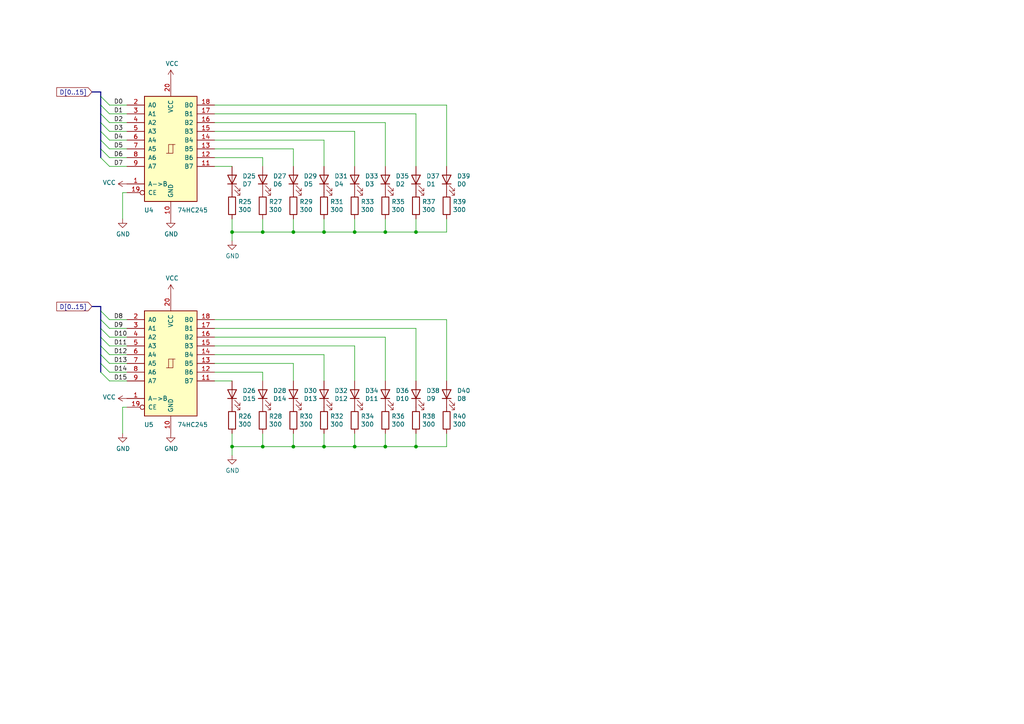
<source format=kicad_sch>
(kicad_sch (version 20230121) (generator eeschema)
  (paper "A4")
  (title_block (title "Mini8086 LED board") (rev "1.1"))
  (lib_symbols
    (symbol "74xx:74HC245" (pin_names (offset 1.016))
      (property "Reference" "U" (at -7.62 16.51 0))
      (property "Value" "74HC245" (at -7.62 -16.51 0))
      (symbol "74HC245_1_0"
        (polyline (pts (xy -0.635 -1.27) (xy -0.635 1.27) (xy 0.635 1.27)))
        (polyline (pts (xy -1.27 -1.27) (xy 0.635 -1.27) (xy 0.635 1.27) (xy 1.27 1.27)))
        (pin input line (at -12.7 -10.16 0) (length 5.08) (name "A->B") (number "1"))
        (pin power_in line (at 0 -20.32 90) (length 5.08) (name "GND") (number "10"))
        (pin tri_state line (at 12.7 -5.08 180) (length 5.08) (name "B7") (number "11"))
        (pin tri_state line (at 12.7 -2.54 180) (length 5.08) (name "B6") (number "12"))
        (pin tri_state line (at 12.7 0 180) (length 5.08) (name "B5") (number "13"))
        (pin tri_state line (at 12.7 2.54 180) (length 5.08) (name "B4") (number "14"))
        (pin tri_state line (at 12.7 5.08 180) (length 5.08) (name "B3") (number "15"))
        (pin tri_state line (at 12.7 7.62 180) (length 5.08) (name "B2") (number "16"))
        (pin tri_state line (at 12.7 10.16 180) (length 5.08) (name "B1") (number "17"))
        (pin tri_state line (at 12.7 12.7 180) (length 5.08) (name "B0") (number "18"))
        (pin input inverted (at -12.7 -12.7 0) (length 5.08) (name "CE") (number "19"))
        (pin tri_state line (at -12.7 12.7 0) (length 5.08) (name "A0") (number "2"))
        (pin power_in line (at 0 20.32 270) (length 5.08) (name "VCC") (number "20"))
        (pin tri_state line (at -12.7 10.16 0) (length 5.08) (name "A1") (number "3"))
        (pin tri_state line (at -12.7 7.62 0) (length 5.08) (name "A2") (number "4"))
        (pin tri_state line (at -12.7 5.08 0) (length 5.08) (name "A3") (number "5"))
        (pin tri_state line (at -12.7 2.54 0) (length 5.08) (name "A4") (number "6"))
        (pin tri_state line (at -12.7 0 0) (length 5.08) (name "A5") (number "7"))
        (pin tri_state line (at -12.7 -2.54 0) (length 5.08) (name "A6") (number "8"))
        (pin tri_state line (at -12.7 -5.08 0) (length 5.08) (name "A7") (number "9"))
      )
      (symbol "74HC245_1_1"
        (rectangle (start -7.62 15.24) (end 7.62 -15.24) (stroke (width 0.254)) (fill (type background)))
      )
    )
    (symbol "Device:LED" (pin_numbers hide) (pin_names (offset 1.016) hide)
      (property "Reference" "D" (at 0 2.54 0))
      (property "Value" "LED" (at 0 -2.54 0))
      (symbol "LED_0_1"
        (polyline (pts (xy -1.27 -1.27) (xy -1.27 1.27)) (stroke (width 0.254)))
        (polyline (pts (xy -1.27 0) (xy 1.27 0)))
        (polyline (pts (xy 1.27 -1.27) (xy 1.27 1.27) (xy -1.27 0) (xy 1.27 -1.27)) (stroke (width 0.254)))
        (polyline (pts (xy -3.048 -0.762) (xy -4.572 -2.286) (xy -3.81 -2.286) (xy -4.572 -2.286) (xy -4.572 -1.524)))
        (polyline (pts (xy -1.778 -0.762) (xy -3.302 -2.286) (xy -2.54 -2.286) (xy -3.302 -2.286) (xy -3.302 -1.524)))
      )
      (symbol "LED_1_1"
        (pin passive line (at -3.81 0 0) (length 2.54) (name "K") (number "1"))
        (pin passive line (at 3.81 0 180) (length 2.54) (name "A") (number "2"))
      )
    )
    (symbol "Device:R" (pin_numbers hide) (pin_names (offset 0))
      (property "Reference" "R" (at 2.032 0 90))
      (property "Value" "R" (at 0 0 90))
      (symbol "R_0_1"
        (rectangle (start -1.016 -2.54) (end 1.016 2.54) (stroke (width 0.254)))
      )
      (symbol "R_1_1"
        (pin passive line (at 0 3.81 270) (length 1.27) (name "~") (number "1"))
        (pin passive line (at 0 -3.81 90) (length 1.27) (name "~") (number "2"))
      )
    )
    (symbol "power:GND" (power) (pin_names (offset 0))
      (property "Value" "GND" (at 0 -3.81 0))
      (symbol "GND_0_1"
        (polyline (pts (xy 0 0) (xy 0 -1.27) (xy 1.27 -1.27) (xy 0 -2.54) (xy -1.27 -1.27) (xy 0 -1.27)))
      )
      (symbol "GND_1_1"
        (pin power_in line (at 0 0 270) (length 0) hide (name "GND") (number "1"))
      )
    )
    (symbol "power:VCC" (power) (pin_names (offset 0))
      (property "Value" "VCC" (at 0 3.81 0))
      (symbol "VCC_0_1"
        (polyline (pts (xy -0.762 1.27) (xy 0 2.54)))
        (polyline (pts (xy 0 0) (xy 0 2.54)))
        (polyline (pts (xy 0 2.54) (xy 0.762 1.27)))
      )
      (symbol "VCC_1_1"
        (pin power_in line (at 0 0 90) (length 0) hide (name "VCC") (number "1"))
      )
    )
  )
  (junction (at 111.76 67.31))
  (junction (at 76.2 67.31))
  (junction (at 76.2 129.54))
  (junction (at 111.76 129.54))
  (junction (at 93.98 129.54))
  (junction (at 102.87 67.31))
  (junction (at 120.65 67.31))
  (junction (at 93.98 67.31))
  (junction (at 85.09 129.54))
  (junction (at 67.31 67.31))
  (junction (at 67.31 129.54))
  (junction (at 120.65 129.54))
  (junction (at 102.87 129.54))
  (junction (at 85.09 67.31))
  (bus_entry (at 31.75 38.1) (size -2.54 -2.54))
  (bus_entry (at 31.75 40.64) (size -2.54 -2.54))
  (bus_entry (at 31.75 95.25) (size -2.54 -2.54))
  (bus_entry (at 31.75 33.02) (size -2.54 -2.54))
  (bus_entry (at 31.75 35.56) (size -2.54 -2.54))
  (bus_entry (at 31.75 92.71) (size -2.54 -2.54))
  (bus_entry (at 31.75 102.87) (size -2.54 -2.54))
  (bus_entry (at 31.75 48.26) (size -2.54 -2.54))
  (bus_entry (at 31.75 30.48) (size -2.54 -2.54))
  (bus_entry (at 31.75 45.72) (size -2.54 -2.54))
  (bus_entry (at 31.75 107.95) (size -2.54 -2.54))
  (bus_entry (at 31.75 100.33) (size -2.54 -2.54))
  (bus_entry (at 31.75 97.79) (size -2.54 -2.54))
  (bus_entry (at 31.75 110.49) (size -2.54 -2.54))
  (bus_entry (at 31.75 43.18) (size -2.54 -2.54))
  (bus_entry (at 31.75 105.41) (size -2.54 -2.54))
  (wire (pts (xy 129.54 129.54) (xy 129.54 125.73)))
  (wire (pts (xy 85.09 125.73) (xy 85.09 129.54)))
  (bus (pts (xy 29.21 30.48) (xy 29.21 33.02)))
  (bus (pts (xy 29.21 100.33) (xy 29.21 102.87)))
  (wire (pts (xy 62.23 43.18) (xy 85.09 43.18)))
  (wire (pts (xy 93.98 129.54) (xy 102.87 129.54)))
  (wire (pts (xy 120.65 95.25) (xy 120.65 110.49)))
  (wire (pts (xy 62.23 35.56) (xy 111.76 35.56)))
  (wire (pts (xy 62.23 100.33) (xy 102.87 100.33)))
  (bus (pts (xy 29.21 97.79) (xy 29.21 100.33)))
  (wire (pts (xy 85.09 129.54) (xy 93.98 129.54)))
  (wire (pts (xy 62.23 33.02) (xy 120.65 33.02)))
  (wire (pts (xy 102.87 129.54) (xy 111.76 129.54)))
  (wire (pts (xy 35.56 118.11) (xy 35.56 125.73)))
  (wire (pts (xy 31.75 107.95) (xy 36.83 107.95)))
  (wire (pts (xy 62.23 107.95) (xy 76.2 107.95)))
  (wire (pts (xy 31.75 30.48) (xy 36.83 30.48)))
  (wire (pts (xy 31.75 92.71) (xy 36.83 92.71)))
  (bus (pts (xy 29.21 27.94) (xy 29.21 30.48)))
  (bus (pts (xy 29.21 102.87) (xy 29.21 105.41)))
  (wire (pts (xy 62.23 38.1) (xy 102.87 38.1)))
  (wire (pts (xy 85.09 105.41) (xy 85.09 110.49)))
  (wire (pts (xy 62.23 95.25) (xy 120.65 95.25)))
  (wire (pts (xy 31.75 102.87) (xy 36.83 102.87)))
  (bus (pts (xy 29.21 38.1) (xy 29.21 40.64)))
  (wire (pts (xy 62.23 97.79) (xy 111.76 97.79)))
  (wire (pts (xy 31.75 100.33) (xy 36.83 100.33)))
  (wire (pts (xy 111.76 97.79) (xy 111.76 110.49)))
  (wire (pts (xy 102.87 129.54) (xy 102.87 125.73)))
  (wire (pts (xy 102.87 38.1) (xy 102.87 48.26)))
  (wire (pts (xy 62.23 92.71) (xy 129.54 92.71)))
  (bus (pts (xy 29.21 26.67) (xy 29.21 27.94)))
  (wire (pts (xy 31.75 40.64) (xy 36.83 40.64)))
  (wire (pts (xy 62.23 40.64) (xy 93.98 40.64)))
  (wire (pts (xy 31.75 105.41) (xy 36.83 105.41)))
  (wire (pts (xy 111.76 67.31) (xy 120.65 67.31)))
  (wire (pts (xy 120.65 67.31) (xy 129.54 67.31)))
  (wire (pts (xy 67.31 67.31) (xy 76.2 67.31)))
  (wire (pts (xy 93.98 63.5) (xy 93.98 67.31)))
  (wire (pts (xy 102.87 67.31) (xy 111.76 67.31)))
  (bus (pts (xy 29.21 43.18) (xy 29.21 45.72)))
  (wire (pts (xy 76.2 45.72) (xy 76.2 48.26)))
  (wire (pts (xy 93.98 102.87) (xy 93.98 110.49)))
  (wire (pts (xy 85.09 67.31) (xy 93.98 67.31)))
  (wire (pts (xy 67.31 63.5) (xy 67.31 67.31)))
  (wire (pts (xy 129.54 30.48) (xy 129.54 48.26)))
  (bus (pts (xy 29.21 105.41) (xy 29.21 107.95)))
  (wire (pts (xy 31.75 110.49) (xy 36.83 110.49)))
  (wire (pts (xy 111.76 129.54) (xy 111.76 125.73)))
  (wire (pts (xy 120.65 67.31) (xy 120.65 63.5)))
  (wire (pts (xy 31.75 38.1) (xy 36.83 38.1)))
  (wire (pts (xy 85.09 63.5) (xy 85.09 67.31)))
  (wire (pts (xy 111.76 129.54) (xy 120.65 129.54)))
  (wire (pts (xy 76.2 129.54) (xy 85.09 129.54)))
  (wire (pts (xy 129.54 92.71) (xy 129.54 110.49)))
  (bus (pts (xy 29.21 40.64) (xy 29.21 43.18)))
  (bus (pts (xy 29.21 95.25) (xy 29.21 97.79)))
  (bus (pts (xy 29.21 88.9) (xy 29.21 90.17)))
  (wire (pts (xy 31.75 43.18) (xy 36.83 43.18)))
  (wire (pts (xy 120.65 129.54) (xy 129.54 129.54)))
  (wire (pts (xy 93.98 40.64) (xy 93.98 48.26)))
  (wire (pts (xy 31.75 45.72) (xy 36.83 45.72)))
  (wire (pts (xy 76.2 107.95) (xy 76.2 110.49)))
  (wire (pts (xy 62.23 48.26) (xy 67.31 48.26)))
  (wire (pts (xy 35.56 55.88) (xy 35.56 63.5)))
  (wire (pts (xy 67.31 129.54) (xy 76.2 129.54)))
  (wire (pts (xy 129.54 67.31) (xy 129.54 63.5)))
  (wire (pts (xy 36.83 118.11) (xy 35.56 118.11)))
  (wire (pts (xy 62.23 45.72) (xy 76.2 45.72)))
  (wire (pts (xy 111.76 35.56) (xy 111.76 48.26)))
  (wire (pts (xy 31.75 35.56) (xy 36.83 35.56)))
  (bus (pts (xy 29.21 90.17) (xy 29.21 92.71)))
  (wire (pts (xy 67.31 67.31) (xy 67.31 69.85)))
  (wire (pts (xy 62.23 102.87) (xy 93.98 102.87)))
  (wire (pts (xy 62.23 105.41) (xy 85.09 105.41)))
  (wire (pts (xy 111.76 67.31) (xy 111.76 63.5)))
  (bus (pts (xy 29.21 33.02) (xy 29.21 35.56)))
  (bus (pts (xy 29.21 35.56) (xy 29.21 38.1)))
  (wire (pts (xy 62.23 30.48) (xy 129.54 30.48)))
  (wire (pts (xy 102.87 100.33) (xy 102.87 110.49)))
  (wire (pts (xy 76.2 63.5) (xy 76.2 67.31)))
  (wire (pts (xy 31.75 48.26) (xy 36.83 48.26)))
  (wire (pts (xy 31.75 33.02) (xy 36.83 33.02)))
  (wire (pts (xy 120.65 129.54) (xy 120.65 125.73)))
  (wire (pts (xy 62.23 110.49) (xy 67.31 110.49)))
  (wire (pts (xy 85.09 43.18) (xy 85.09 48.26)))
  (wire (pts (xy 36.83 55.88) (xy 35.56 55.88)))
  (wire (pts (xy 120.65 33.02) (xy 120.65 48.26)))
  (wire (pts (xy 67.31 125.73) (xy 67.31 129.54)))
  (wire (pts (xy 93.98 67.31) (xy 102.87 67.31)))
  (bus (pts (xy 29.21 26.67) (xy 26.67 26.67)))
  (wire (pts (xy 31.75 97.79) (xy 36.83 97.79)))
  (bus (pts (xy 29.21 92.71) (xy 29.21 95.25)))
  (wire (pts (xy 102.87 67.31) (xy 102.87 63.5)))
  (wire (pts (xy 31.75 95.25) (xy 36.83 95.25)))
  (wire (pts (xy 76.2 67.31) (xy 85.09 67.31)))
  (wire (pts (xy 76.2 125.73) (xy 76.2 129.54)))
  (wire (pts (xy 93.98 125.73) (xy 93.98 129.54)))
  (wire (pts (xy 67.31 129.54) (xy 67.31 132.08)))
  (bus (pts (xy 29.21 88.9) (xy 26.67 88.9)))
  (label "D13" (at 33.02 105.41 0))
  (label "D15" (at 33.02 110.49 0))
  (label "D9" (at 33.02 95.25 0))
  (label "D0" (at 33.02 30.48 0))
  (label "D4" (at 33.02 40.64 0))
  (label "D14" (at 33.02 107.95 0))
  (label "D8" (at 33.02 92.71 0))
  (label "D12" (at 33.02 102.87 0))
  (label "D5" (at 33.02 43.18 0))
  (label "D2" (at 33.02 35.56 0))
  (label "D7" (at 33.02 48.26 0))
  (label "D11" (at 33.02 100.33 0))
  (label "D6" (at 33.02 45.72 0))
  (label "D1" (at 33.02 33.02 0))
  (label "D10" (at 33.02 97.79 0))
  (label "D3" (at 33.02 38.1 0))
  (global_label "D[0..15]" (shape input) (at 26.67 26.67 180) (property "Intersheetrefs" "${INTERSHEET_REFS}" (effects hide)))
  (global_label "D[0..15]" (shape input) (at 26.67 88.9 180) (property "Intersheetrefs" "${INTERSHEET_REFS}" (effects hide)))
  (symbol (lib_id "74xx:74HC245") (at 49.53 43.18 0) (unit 1)
    (property "Reference" "U4" (at 43.18 60.96 0))
    (property "Value" "74HC245" (at 55.88 60.96 0))
    (property "Footprint" "Package_SO:SO-20_12.8x7.5mm_P1.27mm" (effects hide))
    (property "Datasheet" "http://www.ti.com/lit/gpn/sn74HC245" (effects hide))
    (property "LCSC" "C5625" (effects hide))
    (instances (project "led_board" (path "" (reference "U4") (unit 1)) (path "" (reference "U?") (unit 1))))
  )
  (symbol (lib_id "power:GND") (at 49.53 63.5 0) (unit 1)
    (property "Reference" "#PWR029" (effects hide))
    (property "Value" "GND" (at 49.657 67.8942 0))
    (instances (project "led_board" (path "" (reference "#PWR029") (unit 1)) (path "" (reference "#PWR?") (unit 1))))
  )
  (symbol (lib_id "power:VCC") (at 49.53 22.86 0) (unit 1)
    (property "Reference" "#PWR028" (effects hide))
    (property "Value" "VCC" (at 49.911 18.4658 0))
    (instances (project "led_board" (path "" (reference "#PWR028") (unit 1)) (path "" (reference "#PWR?") (unit 1))))
  )
  (symbol (lib_id "power:GND") (at 35.56 63.5 0) (unit 1)
    (property "Reference" "#PWR024" (effects hide))
    (property "Value" "GND" (at 35.687 67.8942 0))
    (instances (project "led_board" (path "" (reference "#PWR024") (unit 1)) (path "" (reference "#PWR?") (unit 1))))
  )
  (symbol (lib_id "power:VCC") (at 36.83 53.34 90) (unit 1)
    (property "Reference" "#PWR026" (effects hide))
    (property "Value" "VCC" (at 33.6042 52.959 90) (effects (justify left)))
    (instances (project "led_board" (path "" (reference "#PWR026") (unit 1)) (path "" (reference "#PWR?") (unit 1))))
  )
  (symbol (lib_id "Device:LED") (at 67.31 52.07 90) (unit 1)
    (property "Reference" "D25" (at 70.3072 51.0794 90) (effects (justify right)))
    (property "Value" "D7" (at 70.3072 53.3908 90) (effects (justify right)))
    (property "Footprint" "LED_SMD:LED_0603_1608Metric" (effects hide))
    (instances (project "led_board" (path "" (reference "D25") (unit 1)) (path "" (reference "D?") (unit 1))))
  )
  (symbol (lib_id "Device:LED") (at 76.2 52.07 90) (unit 1)
    (property "Reference" "D27" (at 79.1972 51.0794 90) (effects (justify right)))
    (property "Value" "D6" (at 79.1972 53.3908 90) (effects (justify right)))
    (property "Footprint" "LED_SMD:LED_0603_1608Metric" (effects hide))
    (instances (project "led_board" (path "" (reference "D27") (unit 1)) (path "" (reference "D?") (unit 1))))
  )
  (symbol (lib_id "Device:LED") (at 85.09 52.07 90) (unit 1)
    (property "Reference" "D29" (at 88.0872 51.0794 90) (effects (justify right)))
    (property "Value" "D5" (at 88.0872 53.3908 90) (effects (justify right)))
    (property "Footprint" "LED_SMD:LED_0603_1608Metric" (effects hide))
    (instances (project "led_board" (path "" (reference "D29") (unit 1)) (path "" (reference "D?") (unit 1))))
  )
  (symbol (lib_id "Device:LED") (at 93.98 52.07 90) (unit 1)
    (property "Reference" "D31" (at 96.9772 51.0794 90) (effects (justify right)))
    (property "Value" "D4" (at 96.9772 53.3908 90) (effects (justify right)))
    (property "Footprint" "LED_SMD:LED_0603_1608Metric" (effects hide))
    (instances (project "led_board" (path "" (reference "D31") (unit 1)) (path "" (reference "D?") (unit 1))))
  )
  (symbol (lib_id "Device:LED") (at 102.87 52.07 90) (unit 1)
    (property "Reference" "D33" (at 105.8672 51.0794 90) (effects (justify right)))
    (property "Value" "D3" (at 105.8672 53.3908 90) (effects (justify right)))
    (property "Footprint" "LED_SMD:LED_0603_1608Metric" (effects hide))
    (instances (project "led_board" (path "" (reference "D33") (unit 1)) (path "" (reference "D?") (unit 1))))
  )
  (symbol (lib_id "Device:LED") (at 111.76 52.07 90) (unit 1)
    (property "Reference" "D35" (at 114.7572 51.0794 90) (effects (justify right)))
    (property "Value" "D2" (at 114.7572 53.3908 90) (effects (justify right)))
    (property "Footprint" "LED_SMD:LED_0603_1608Metric" (effects hide))
    (instances (project "led_board" (path "" (reference "D35") (unit 1)) (path "" (reference "D?") (unit 1))))
  )
  (symbol (lib_id "Device:LED") (at 120.65 52.07 90) (unit 1)
    (property "Reference" "D37" (at 123.6472 51.0794 90) (effects (justify right)))
    (property "Value" "D1" (at 123.6472 53.3908 90) (effects (justify right)))
    (property "Footprint" "LED_SMD:LED_0603_1608Metric" (effects hide))
    (instances (project "led_board" (path "" (reference "D37") (unit 1)) (path "" (reference "D?") (unit 1))))
  )
  (symbol (lib_id "Device:LED") (at 129.54 52.07 90) (unit 1)
    (property "Reference" "D39" (at 132.5372 51.0794 90) (effects (justify right)))
    (property "Value" "D0" (at 132.5372 53.3908 90) (effects (justify right)))
    (property "Footprint" "LED_SMD:LED_0603_1608Metric" (effects hide))
    (instances (project "led_board" (path "" (reference "D39") (unit 1)) (path "" (reference "D?") (unit 1))))
  )
  (symbol (lib_id "Device:R") (at 129.54 59.69 0) (unit 1)
    (property "Reference" "R39" (at 131.318 58.5216 0) (effects (justify left)))
    (property "Value" "300" (at 131.318 60.833 0) (effects (justify left)))
    (property "Footprint" "Resistor_SMD:R_1206_3216Metric" (effects hide))
    (instances (project "led_board" (path "" (reference "R39") (unit 1)) (path "" (reference "R?") (unit 1))))
  )
  (symbol (lib_id "Device:R") (at 120.65 59.69 0) (unit 1)
    (property "Reference" "R37" (at 122.428 58.5216 0) (effects (justify left)))
    (property "Value" "300" (at 122.428 60.833 0) (effects (justify left)))
    (property "Footprint" "Resistor_SMD:R_1206_3216Metric" (effects hide))
    (instances (project "led_board" (path "" (reference "R37") (unit 1)) (path "" (reference "R?") (unit 1))))
  )
  (symbol (lib_id "Device:R") (at 111.76 59.69 0) (unit 1)
    (property "Reference" "R35" (at 113.538 58.5216 0) (effects (justify left)))
    (property "Value" "300" (at 113.538 60.833 0) (effects (justify left)))
    (property "Footprint" "Resistor_SMD:R_1206_3216Metric" (effects hide))
    (instances (project "led_board" (path "" (reference "R35") (unit 1)) (path "" (reference "R?") (unit 1))))
  )
  (symbol (lib_id "Device:R") (at 102.87 59.69 0) (unit 1)
    (property "Reference" "R33" (at 104.648 58.5216 0) (effects (justify left)))
    (property "Value" "300" (at 104.648 60.833 0) (effects (justify left)))
    (property "Footprint" "Resistor_SMD:R_1206_3216Metric" (effects hide))
    (instances (project "led_board" (path "" (reference "R33") (unit 1)) (path "" (reference "R?") (unit 1))))
  )
  (symbol (lib_id "Device:R") (at 93.98 59.69 0) (unit 1)
    (property "Reference" "R31" (at 95.758 58.5216 0) (effects (justify left)))
    (property "Value" "300" (at 95.758 60.833 0) (effects (justify left)))
    (property "Footprint" "Resistor_SMD:R_1206_3216Metric" (effects hide))
    (instances (project "led_board" (path "" (reference "R31") (unit 1)) (path "" (reference "R?") (unit 1))))
  )
  (symbol (lib_id "Device:R") (at 85.09 59.69 0) (unit 1)
    (property "Reference" "R29" (at 86.868 58.5216 0) (effects (justify left)))
    (property "Value" "300" (at 86.868 60.833 0) (effects (justify left)))
    (property "Footprint" "Resistor_SMD:R_1206_3216Metric" (effects hide))
    (instances (project "led_board" (path "" (reference "R29") (unit 1)) (path "" (reference "R?") (unit 1))))
  )
  (symbol (lib_id "Device:R") (at 76.2 59.69 0) (unit 1)
    (property "Reference" "R27" (at 77.978 58.5216 0) (effects (justify left)))
    (property "Value" "300" (at 77.978 60.833 0) (effects (justify left)))
    (property "Footprint" "Resistor_SMD:R_1206_3216Metric" (effects hide))
    (instances (project "led_board" (path "" (reference "R27") (unit 1)) (path "" (reference "R?") (unit 1))))
  )
  (symbol (lib_id "Device:R") (at 67.31 59.69 0) (unit 1)
    (property "Reference" "R25" (at 69.088 58.5216 0) (effects (justify left)))
    (property "Value" "300" (at 69.088 60.833 0) (effects (justify left)))
    (property "Footprint" "Resistor_SMD:R_1206_3216Metric" (effects hide))
    (instances (project "led_board" (path "" (reference "R25") (unit 1)) (path "" (reference "R?") (unit 1))))
  )
  (symbol (lib_id "power:GND") (at 67.31 69.85 0) (unit 1)
    (property "Reference" "#PWR033" (effects hide))
    (property "Value" "GND" (at 67.437 74.2442 0))
    (instances (project "led_board" (path "" (reference "#PWR033") (unit 1)) (path "" (reference "#PWR?") (unit 1))))
  )
  (symbol (lib_id "74xx:74HC245") (at 49.53 105.41 0) (unit 1)
    (property "Reference" "U5" (at 43.18 123.19 0))
    (property "Value" "74HC245" (at 55.88 123.19 0))
    (property "Footprint" "Package_SO:SO-20_12.8x7.5mm_P1.27mm" (effects hide))
    (property "Datasheet" "http://www.ti.com/lit/gpn/sn74HC245" (effects hide))
    (property "LCSC" "C5625" (effects hide))
    (instances (project "led_board" (path "" (reference "U5") (unit 1)) (path "" (reference "U?") (unit 1))))
  )
  (symbol (lib_id "power:GND") (at 49.53 125.73 0) (unit 1)
    (property "Reference" "#PWR031" (effects hide))
    (property "Value" "GND" (at 49.657 130.1242 0))
    (instances (project "led_board" (path "" (reference "#PWR031") (unit 1)) (path "" (reference "#PWR?") (unit 1))))
  )
  (symbol (lib_id "power:VCC") (at 49.53 85.09 0) (unit 1)
    (property "Reference" "#PWR030" (effects hide))
    (property "Value" "VCC" (at 49.911 80.6958 0))
    (instances (project "led_board" (path "" (reference "#PWR030") (unit 1)) (path "" (reference "#PWR?") (unit 1))))
  )
  (symbol (lib_id "power:GND") (at 35.56 125.73 0) (unit 1)
    (property "Reference" "#PWR025" (effects hide))
    (property "Value" "GND" (at 35.687 130.1242 0))
    (instances (project "led_board" (path "" (reference "#PWR025") (unit 1)) (path "" (reference "#PWR?") (unit 1))))
  )
  (symbol (lib_id "power:VCC") (at 36.83 115.57 90) (unit 1)
    (property "Reference" "#PWR027" (effects hide))
    (property "Value" "VCC" (at 33.6042 115.189 90) (effects (justify left)))
    (instances (project "led_board" (path "" (reference "#PWR027") (unit 1)) (path "" (reference "#PWR?") (unit 1))))
  )
  (symbol (lib_id "Device:LED") (at 67.31 114.3 90) (unit 1)
    (property "Reference" "D26" (at 70.3072 113.3094 90) (effects (justify right)))
    (property "Value" "D15" (at 70.3072 115.6208 90) (effects (justify right)))
    (property "Footprint" "LED_SMD:LED_0603_1608Metric" (effects hide))
    (instances (project "led_board" (path "" (reference "D26") (unit 1)) (path "" (reference "D?") (unit 1))))
  )
  (symbol (lib_id "Device:LED") (at 76.2 114.3 90) (unit 1)
    (property "Reference" "D28" (at 79.1972 113.3094 90) (effects (justify right)))
    (property "Value" "D14" (at 79.1972 115.6208 90) (effects (justify right)))
    (property "Footprint" "LED_SMD:LED_0603_1608Metric" (effects hide))
    (instances (project "led_board" (path "" (reference "D28") (unit 1)) (path "" (reference "D?") (unit 1))))
  )
  (symbol (lib_id "Device:LED") (at 85.09 114.3 90) (unit 1)
    (property "Reference" "D30" (at 88.0872 113.3094 90) (effects (justify right)))
    (property "Value" "D13" (at 88.0872 115.6208 90) (effects (justify right)))
    (property "Footprint" "LED_SMD:LED_0603_1608Metric" (effects hide))
    (instances (project "led_board" (path "" (reference "D30") (unit 1)) (path "" (reference "D?") (unit 1))))
  )
  (symbol (lib_id "Device:LED") (at 93.98 114.3 90) (unit 1)
    (property "Reference" "D32" (at 96.9772 113.3094 90) (effects (justify right)))
    (property "Value" "D12" (at 96.9772 115.6208 90) (effects (justify right)))
    (property "Footprint" "LED_SMD:LED_0603_1608Metric" (effects hide))
    (instances (project "led_board" (path "" (reference "D32") (unit 1)) (path "" (reference "D?") (unit 1))))
  )
  (symbol (lib_id "Device:LED") (at 102.87 114.3 90) (unit 1)
    (property "Reference" "D34" (at 105.8672 113.3094 90) (effects (justify right)))
    (property "Value" "D11" (at 105.8672 115.6208 90) (effects (justify right)))
    (property "Footprint" "LED_SMD:LED_0603_1608Metric" (effects hide))
    (instances (project "led_board" (path "" (reference "D34") (unit 1)) (path "" (reference "D?") (unit 1))))
  )
  (symbol (lib_id "Device:LED") (at 111.76 114.3 90) (unit 1)
    (property "Reference" "D36" (at 114.7572 113.3094 90) (effects (justify right)))
    (property "Value" "D10" (at 114.7572 115.6208 90) (effects (justify right)))
    (property "Footprint" "LED_SMD:LED_0603_1608Metric" (effects hide))
    (instances (project "led_board" (path "" (reference "D36") (unit 1)) (path "" (reference "D?") (unit 1))))
  )
  (symbol (lib_id "Device:LED") (at 120.65 114.3 90) (unit 1)
    (property "Reference" "D38" (at 123.6472 113.3094 90) (effects (justify right)))
    (property "Value" "D9" (at 123.6472 115.6208 90) (effects (justify right)))
    (property "Footprint" "LED_SMD:LED_0603_1608Metric" (effects hide))
    (instances (project "led_board" (path "" (reference "D38") (unit 1)) (path "" (reference "D?") (unit 1))))
  )
  (symbol (lib_id "Device:LED") (at 129.54 114.3 90) (unit 1)
    (property "Reference" "D40" (at 132.5372 113.3094 90) (effects (justify right)))
    (property "Value" "D8" (at 132.5372 115.6208 90) (effects (justify right)))
    (property "Footprint" "LED_SMD:LED_0603_1608Metric" (effects hide))
    (instances (project "led_board" (path "" (reference "D40") (unit 1)) (path "" (reference "D?") (unit 1))))
  )
  (symbol (lib_id "Device:R") (at 129.54 121.92 0) (unit 1)
    (property "Reference" "R40" (at 131.318 120.7516 0) (effects (justify left)))
    (property "Value" "300" (at 131.318 123.063 0) (effects (justify left)))
    (property "Footprint" "Resistor_SMD:R_1206_3216Metric" (effects hide))
    (instances (project "led_board" (path "" (reference "R40") (unit 1)) (path "" (reference "R?") (unit 1))))
  )
  (symbol (lib_id "Device:R") (at 120.65 121.92 0) (unit 1)
    (property "Reference" "R38" (at 122.428 120.7516 0) (effects (justify left)))
    (property "Value" "300" (at 122.428 123.063 0) (effects (justify left)))
    (property "Footprint" "Resistor_SMD:R_1206_3216Metric" (effects hide))
    (instances (project "led_board" (path "" (reference "R38") (unit 1)) (path "" (reference "R?") (unit 1))))
  )
  (symbol (lib_id "Device:R") (at 111.76 121.92 0) (unit 1)
    (property "Reference" "R36" (at 113.538 120.7516 0) (effects (justify left)))
    (property "Value" "300" (at 113.538 123.063 0) (effects (justify left)))
    (property "Footprint" "Resistor_SMD:R_1206_3216Metric" (effects hide))
    (instances (project "led_board" (path "" (reference "R36") (unit 1)) (path "" (reference "R?") (unit 1))))
  )
  (symbol (lib_id "Device:R") (at 102.87 121.92 0) (unit 1)
    (property "Reference" "R34" (at 104.648 120.7516 0) (effects (justify left)))
    (property "Value" "300" (at 104.648 123.063 0) (effects (justify left)))
    (property "Footprint" "Resistor_SMD:R_1206_3216Metric" (effects hide))
    (instances (project "led_board" (path "" (reference "R34") (unit 1)) (path "" (reference "R?") (unit 1))))
  )
  (symbol (lib_id "Device:R") (at 93.98 121.92 0) (unit 1)
    (property "Reference" "R32" (at 95.758 120.7516 0) (effects (justify left)))
    (property "Value" "300" (at 95.758 123.063 0) (effects (justify left)))
    (property "Footprint" "Resistor_SMD:R_1206_3216Metric" (effects hide))
    (instances (project "led_board" (path "" (reference "R32") (unit 1)) (path "" (reference "R?") (unit 1))))
  )
  (symbol (lib_id "Device:R") (at 85.09 121.92 0) (unit 1)
    (property "Reference" "R30" (at 86.868 120.7516 0) (effects (justify left)))
    (property "Value" "300" (at 86.868 123.063 0) (effects (justify left)))
    (property "Footprint" "Resistor_SMD:R_1206_3216Metric" (effects hide))
    (instances (project "led_board" (path "" (reference "R30") (unit 1)) (path "" (reference "R?") (unit 1))))
  )
  (symbol (lib_id "Device:R") (at 76.2 121.92 0) (unit 1)
    (property "Reference" "R28" (at 77.978 120.7516 0) (effects (justify left)))
    (property "Value" "300" (at 77.978 123.063 0) (effects (justify left)))
    (property "Footprint" "Resistor_SMD:R_1206_3216Metric" (effects hide))
    (instances (project "led_board" (path "" (reference "R28") (unit 1)) (path "" (reference "R?") (unit 1))))
  )
  (symbol (lib_id "Device:R") (at 67.31 121.92 0) (unit 1)
    (property "Reference" "R26" (at 69.088 120.7516 0) (effects (justify left)))
    (property "Value" "300" (at 69.088 123.063 0) (effects (justify left)))
    (property "Footprint" "Resistor_SMD:R_1206_3216Metric" (effects hide))
    (instances (project "led_board" (path "" (reference "R26") (unit 1)) (path "" (reference "R?") (unit 1))))
  )
  (symbol (lib_id "power:GND") (at 67.31 132.08 0) (unit 1)
    (property "Reference" "#PWR034" (effects hide))
    (property "Value" "GND" (at 67.437 136.4742 0))
    (instances (project "led_board" (path "" (reference "#PWR034") (unit 1)) (path "" (reference "#PWR?") (unit 1))))
  )
)
</source>
